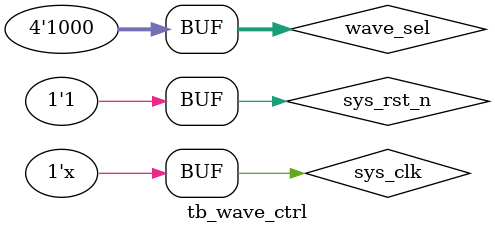
<source format=v>
`timescale 1ns/1ns
module tb_wave_ctrl();
reg			sys_clk  	;
reg			sys_rst_n	;
reg	 [3:0]	wave_sel	;

wire [7:0]	dac_data	;

///1000
parameter DELAY_TIME = 33'd4_294_96700;
//initial
initial
	begin
		sys_clk = 1'b1;
		sys_rst_n <= 1'b0;
	#20 
		sys_rst_n <= 1'b1;
	
	end

//sys_clk
always #10 sys_clk = ~sys_clk;

//wave_sel
initial
	begin
		wave_sel <= 4'b0001;
	# DELAY_TIME
		wave_sel <= 4'b0010;
	# DELAY_TIME
		wave_sel <= 4'b0100;
	# DELAY_TIME
		wave_sel <= 4'b1000;

	end




wave_ctrl wave_ctrl_inst
(
	.sys_clk		(sys_clk	),
	.sys_rst_n		(sys_rst_n	),
	.wave_sel		(wave_sel	),

	.dac_data	    (dac_data	)

);
endmodule

</source>
